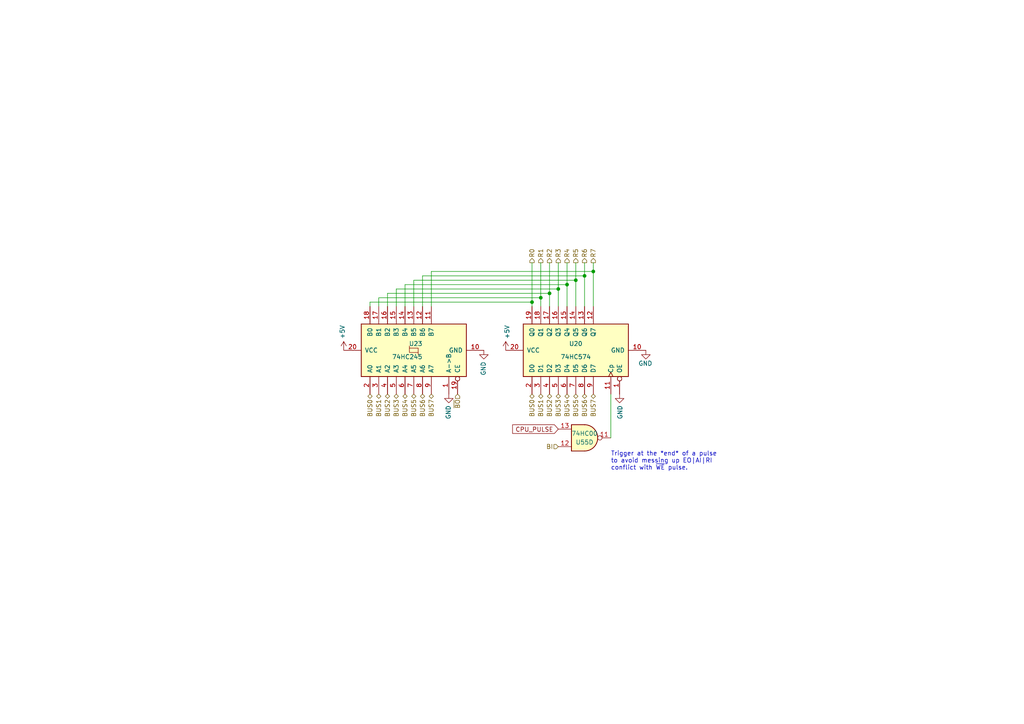
<source format=kicad_sch>
(kicad_sch (version 20211123) (generator eeschema)

  (uuid 7bf351b5-0ca3-402f-bde2-192ed9d3a4d3)

  (paper "A4")

  (title_block
    (title "B Register")
    (date "2023-06-22")
    (rev "1.2")
    (comment 2 "creativecommons.org/licenses/by-nc-sa/4.0/")
    (comment 3 "This work is licensed under CC BY-NC-SA 4.0")
    (comment 4 "Author: Carsten Herting (slu4)")
  )

  (lib_symbols
    (symbol "74xx:74HC245" (pin_names (offset 1.016)) (in_bom yes) (on_board yes)
      (property "Reference" "U" (id 0) (at -7.62 16.51 0)
        (effects (font (size 1.27 1.27)))
      )
      (property "Value" "74HC245" (id 1) (at -7.62 -16.51 0)
        (effects (font (size 1.27 1.27)))
      )
      (property "Footprint" "" (id 2) (at 0 0 0)
        (effects (font (size 1.27 1.27)) hide)
      )
      (property "Datasheet" "http://www.ti.com/lit/gpn/sn74HC245" (id 3) (at 0 0 0)
        (effects (font (size 1.27 1.27)) hide)
      )
      (property "ki_locked" "" (id 4) (at 0 0 0)
        (effects (font (size 1.27 1.27)))
      )
      (property "ki_keywords" "HCMOS BUS 3State" (id 5) (at 0 0 0)
        (effects (font (size 1.27 1.27)) hide)
      )
      (property "ki_description" "Octal BUS Transceivers, 3-State outputs" (id 6) (at 0 0 0)
        (effects (font (size 1.27 1.27)) hide)
      )
      (property "ki_fp_filters" "DIP?20*" (id 7) (at 0 0 0)
        (effects (font (size 1.27 1.27)) hide)
      )
      (symbol "74HC245_1_0"
        (polyline
          (pts
            (xy -0.635 -1.27)
            (xy -0.635 1.27)
            (xy 0.635 1.27)
          )
          (stroke (width 0) (type default) (color 0 0 0 0))
          (fill (type none))
        )
        (polyline
          (pts
            (xy -1.27 -1.27)
            (xy 0.635 -1.27)
            (xy 0.635 1.27)
            (xy 1.27 1.27)
          )
          (stroke (width 0) (type default) (color 0 0 0 0))
          (fill (type none))
        )
        (pin input line (at -12.7 -10.16 0) (length 5.08)
          (name "A->B" (effects (font (size 1.27 1.27))))
          (number "1" (effects (font (size 1.27 1.27))))
        )
        (pin power_in line (at 0 -20.32 90) (length 5.08)
          (name "GND" (effects (font (size 1.27 1.27))))
          (number "10" (effects (font (size 1.27 1.27))))
        )
        (pin tri_state line (at 12.7 -5.08 180) (length 5.08)
          (name "B7" (effects (font (size 1.27 1.27))))
          (number "11" (effects (font (size 1.27 1.27))))
        )
        (pin tri_state line (at 12.7 -2.54 180) (length 5.08)
          (name "B6" (effects (font (size 1.27 1.27))))
          (number "12" (effects (font (size 1.27 1.27))))
        )
        (pin tri_state line (at 12.7 0 180) (length 5.08)
          (name "B5" (effects (font (size 1.27 1.27))))
          (number "13" (effects (font (size 1.27 1.27))))
        )
        (pin tri_state line (at 12.7 2.54 180) (length 5.08)
          (name "B4" (effects (font (size 1.27 1.27))))
          (number "14" (effects (font (size 1.27 1.27))))
        )
        (pin tri_state line (at 12.7 5.08 180) (length 5.08)
          (name "B3" (effects (font (size 1.27 1.27))))
          (number "15" (effects (font (size 1.27 1.27))))
        )
        (pin tri_state line (at 12.7 7.62 180) (length 5.08)
          (name "B2" (effects (font (size 1.27 1.27))))
          (number "16" (effects (font (size 1.27 1.27))))
        )
        (pin tri_state line (at 12.7 10.16 180) (length 5.08)
          (name "B1" (effects (font (size 1.27 1.27))))
          (number "17" (effects (font (size 1.27 1.27))))
        )
        (pin tri_state line (at 12.7 12.7 180) (length 5.08)
          (name "B0" (effects (font (size 1.27 1.27))))
          (number "18" (effects (font (size 1.27 1.27))))
        )
        (pin input inverted (at -12.7 -12.7 0) (length 5.08)
          (name "CE" (effects (font (size 1.27 1.27))))
          (number "19" (effects (font (size 1.27 1.27))))
        )
        (pin tri_state line (at -12.7 12.7 0) (length 5.08)
          (name "A0" (effects (font (size 1.27 1.27))))
          (number "2" (effects (font (size 1.27 1.27))))
        )
        (pin power_in line (at 0 20.32 270) (length 5.08)
          (name "VCC" (effects (font (size 1.27 1.27))))
          (number "20" (effects (font (size 1.27 1.27))))
        )
        (pin tri_state line (at -12.7 10.16 0) (length 5.08)
          (name "A1" (effects (font (size 1.27 1.27))))
          (number "3" (effects (font (size 1.27 1.27))))
        )
        (pin tri_state line (at -12.7 7.62 0) (length 5.08)
          (name "A2" (effects (font (size 1.27 1.27))))
          (number "4" (effects (font (size 1.27 1.27))))
        )
        (pin tri_state line (at -12.7 5.08 0) (length 5.08)
          (name "A3" (effects (font (size 1.27 1.27))))
          (number "5" (effects (font (size 1.27 1.27))))
        )
        (pin tri_state line (at -12.7 2.54 0) (length 5.08)
          (name "A4" (effects (font (size 1.27 1.27))))
          (number "6" (effects (font (size 1.27 1.27))))
        )
        (pin tri_state line (at -12.7 0 0) (length 5.08)
          (name "A5" (effects (font (size 1.27 1.27))))
          (number "7" (effects (font (size 1.27 1.27))))
        )
        (pin tri_state line (at -12.7 -2.54 0) (length 5.08)
          (name "A6" (effects (font (size 1.27 1.27))))
          (number "8" (effects (font (size 1.27 1.27))))
        )
        (pin tri_state line (at -12.7 -5.08 0) (length 5.08)
          (name "A7" (effects (font (size 1.27 1.27))))
          (number "9" (effects (font (size 1.27 1.27))))
        )
      )
      (symbol "74HC245_1_1"
        (rectangle (start -7.62 15.24) (end 7.62 -15.24)
          (stroke (width 0.254) (type default) (color 0 0 0 0))
          (fill (type background))
        )
      )
    )
    (symbol "8-Bit CPU 32k-cache:74HC00" (pin_names (offset 1.016)) (in_bom yes) (on_board yes)
      (property "Reference" "U" (id 0) (at 0 1.27 0)
        (effects (font (size 1.27 1.27)))
      )
      (property "Value" "74HC00" (id 1) (at 0 -1.27 0)
        (effects (font (size 1.27 1.27)))
      )
      (property "Footprint" "" (id 2) (at 0 0 0)
        (effects (font (size 1.27 1.27)) hide)
      )
      (property "Datasheet" "" (id 3) (at 0 0 0)
        (effects (font (size 1.27 1.27)) hide)
      )
      (property "ki_locked" "" (id 4) (at 0 0 0)
        (effects (font (size 1.27 1.27)))
      )
      (property "ki_fp_filters" "DIP*W7.62mm* SO14*" (id 5) (at 0 0 0)
        (effects (font (size 1.27 1.27)) hide)
      )
      (symbol "74HC00_1_1"
        (arc (start 0 -3.81) (mid 3.81 0) (end 0 3.81)
          (stroke (width 0.254) (type default) (color 0 0 0 0))
          (fill (type background))
        )
        (polyline
          (pts
            (xy 0 3.81)
            (xy -3.81 3.81)
            (xy -3.81 -3.81)
            (xy 0 -3.81)
          )
          (stroke (width 0.254) (type default) (color 0 0 0 0))
          (fill (type background))
        )
        (pin input line (at -7.62 2.54 0) (length 3.81)
          (name "~" (effects (font (size 1.27 1.27))))
          (number "1" (effects (font (size 1.27 1.27))))
        )
        (pin input line (at -7.62 -2.54 0) (length 3.81)
          (name "~" (effects (font (size 1.27 1.27))))
          (number "2" (effects (font (size 1.27 1.27))))
        )
        (pin output inverted (at 7.62 0 180) (length 3.81)
          (name "~" (effects (font (size 1.27 1.27))))
          (number "3" (effects (font (size 1.27 1.27))))
        )
      )
      (symbol "74HC00_1_2"
        (arc (start -3.81 -3.81) (mid -2.589 0) (end -3.81 3.81)
          (stroke (width 0.254) (type default) (color 0 0 0 0))
          (fill (type none))
        )
        (arc (start -0.6096 -3.81) (mid 2.1842 -2.5851) (end 3.81 0)
          (stroke (width 0.254) (type default) (color 0 0 0 0))
          (fill (type background))
        )
        (polyline
          (pts
            (xy -3.81 -3.81)
            (xy -0.635 -3.81)
          )
          (stroke (width 0.254) (type default) (color 0 0 0 0))
          (fill (type background))
        )
        (polyline
          (pts
            (xy -3.81 3.81)
            (xy -0.635 3.81)
          )
          (stroke (width 0.254) (type default) (color 0 0 0 0))
          (fill (type background))
        )
        (polyline
          (pts
            (xy -0.635 3.81)
            (xy -3.81 3.81)
            (xy -3.81 3.81)
            (xy -3.556 3.4036)
            (xy -3.0226 2.2606)
            (xy -2.6924 1.0414)
            (xy -2.6162 -0.254)
            (xy -2.7686 -1.4986)
            (xy -3.175 -2.7178)
            (xy -3.81 -3.81)
            (xy -3.81 -3.81)
            (xy -0.635 -3.81)
          )
          (stroke (width -25.4) (type default) (color 0 0 0 0))
          (fill (type background))
        )
        (arc (start 3.81 0) (mid 2.1915 2.5936) (end -0.6096 3.81)
          (stroke (width 0.254) (type default) (color 0 0 0 0))
          (fill (type background))
        )
        (pin input inverted (at -7.62 2.54 0) (length 4.318)
          (name "~" (effects (font (size 1.27 1.27))))
          (number "1" (effects (font (size 1.27 1.27))))
        )
        (pin input inverted (at -7.62 -2.54 0) (length 4.318)
          (name "~" (effects (font (size 1.27 1.27))))
          (number "2" (effects (font (size 1.27 1.27))))
        )
        (pin output line (at 7.62 0 180) (length 3.81)
          (name "~" (effects (font (size 1.27 1.27))))
          (number "3" (effects (font (size 1.27 1.27))))
        )
      )
      (symbol "74HC00_2_1"
        (arc (start 0 -3.81) (mid 3.81 0) (end 0 3.81)
          (stroke (width 0.254) (type default) (color 0 0 0 0))
          (fill (type background))
        )
        (polyline
          (pts
            (xy 0 3.81)
            (xy -3.81 3.81)
            (xy -3.81 -3.81)
            (xy 0 -3.81)
          )
          (stroke (width 0.254) (type default) (color 0 0 0 0))
          (fill (type background))
        )
        (pin input line (at -7.62 2.54 0) (length 3.81)
          (name "~" (effects (font (size 1.27 1.27))))
          (number "4" (effects (font (size 1.27 1.27))))
        )
        (pin input line (at -7.62 -2.54 0) (length 3.81)
          (name "~" (effects (font (size 1.27 1.27))))
          (number "5" (effects (font (size 1.27 1.27))))
        )
        (pin output inverted (at 7.62 0 180) (length 3.81)
          (name "~" (effects (font (size 1.27 1.27))))
          (number "6" (effects (font (size 1.27 1.27))))
        )
      )
      (symbol "74HC00_2_2"
        (arc (start -3.81 -3.81) (mid -2.589 0) (end -3.81 3.81)
          (stroke (width 0.254) (type default) (color 0 0 0 0))
          (fill (type none))
        )
        (arc (start -0.6096 -3.81) (mid 2.1842 -2.5851) (end 3.81 0)
          (stroke (width 0.254) (type default) (color 0 0 0 0))
          (fill (type background))
        )
        (polyline
          (pts
            (xy -3.81 -3.81)
            (xy -0.635 -3.81)
          )
          (stroke (width 0.254) (type default) (color 0 0 0 0))
          (fill (type background))
        )
        (polyline
          (pts
            (xy -3.81 3.81)
            (xy -0.635 3.81)
          )
          (stroke (width 0.254) (type default) (color 0 0 0 0))
          (fill (type background))
        )
        (polyline
          (pts
            (xy -0.635 3.81)
            (xy -3.81 3.81)
            (xy -3.81 3.81)
            (xy -3.556 3.4036)
            (xy -3.0226 2.2606)
            (xy -2.6924 1.0414)
            (xy -2.6162 -0.254)
            (xy -2.7686 -1.4986)
            (xy -3.175 -2.7178)
            (xy -3.81 -3.81)
            (xy -3.81 -3.81)
            (xy -0.635 -3.81)
          )
          (stroke (width -25.4) (type default) (color 0 0 0 0))
          (fill (type background))
        )
        (arc (start 3.81 0) (mid 2.1915 2.5936) (end -0.6096 3.81)
          (stroke (width 0.254) (type default) (color 0 0 0 0))
          (fill (type background))
        )
        (pin input inverted (at -7.62 2.54 0) (length 4.318)
          (name "~" (effects (font (size 1.27 1.27))))
          (number "4" (effects (font (size 1.27 1.27))))
        )
        (pin input inverted (at -7.62 -2.54 0) (length 4.318)
          (name "~" (effects (font (size 1.27 1.27))))
          (number "5" (effects (font (size 1.27 1.27))))
        )
        (pin output line (at 7.62 0 180) (length 3.81)
          (name "~" (effects (font (size 1.27 1.27))))
          (number "6" (effects (font (size 1.27 1.27))))
        )
      )
      (symbol "74HC00_3_1"
        (arc (start 0 -3.81) (mid 3.81 0) (end 0 3.81)
          (stroke (width 0.254) (type default) (color 0 0 0 0))
          (fill (type background))
        )
        (polyline
          (pts
            (xy 0 3.81)
            (xy -3.81 3.81)
            (xy -3.81 -3.81)
            (xy 0 -3.81)
          )
          (stroke (width 0.254) (type default) (color 0 0 0 0))
          (fill (type background))
        )
        (pin input line (at -7.62 -2.54 0) (length 3.81)
          (name "~" (effects (font (size 1.27 1.27))))
          (number "10" (effects (font (size 1.27 1.27))))
        )
        (pin output inverted (at 7.62 0 180) (length 3.81)
          (name "~" (effects (font (size 1.27 1.27))))
          (number "8" (effects (font (size 1.27 1.27))))
        )
        (pin input line (at -7.62 2.54 0) (length 3.81)
          (name "~" (effects (font (size 1.27 1.27))))
          (number "9" (effects (font (size 1.27 1.27))))
        )
      )
      (symbol "74HC00_3_2"
        (arc (start -3.81 -3.81) (mid -2.589 0) (end -3.81 3.81)
          (stroke (width 0.254) (type default) (color 0 0 0 0))
          (fill (type none))
        )
        (arc (start -0.6096 -3.81) (mid 2.1842 -2.5851) (end 3.81 0)
          (stroke (width 0.254) (type default) (color 0 0 0 0))
          (fill (type background))
        )
        (polyline
          (pts
            (xy -3.81 -3.81)
            (xy -0.635 -3.81)
          )
          (stroke (width 0.254) (type default) (color 0 0 0 0))
          (fill (type background))
        )
        (polyline
          (pts
            (xy -3.81 3.81)
            (xy -0.635 3.81)
          )
          (stroke (width 0.254) (type default) (color 0 0 0 0))
          (fill (type background))
        )
        (polyline
          (pts
            (xy -0.635 3.81)
            (xy -3.81 3.81)
            (xy -3.81 3.81)
            (xy -3.556 3.4036)
            (xy -3.0226 2.2606)
            (xy -2.6924 1.0414)
            (xy -2.6162 -0.254)
            (xy -2.7686 -1.4986)
            (xy -3.175 -2.7178)
            (xy -3.81 -3.81)
            (xy -3.81 -3.81)
            (xy -0.635 -3.81)
          )
          (stroke (width -25.4) (type default) (color 0 0 0 0))
          (fill (type background))
        )
        (arc (start 3.81 0) (mid 2.1915 2.5936) (end -0.6096 3.81)
          (stroke (width 0.254) (type default) (color 0 0 0 0))
          (fill (type background))
        )
        (pin input inverted (at -7.62 -2.54 0) (length 4.318)
          (name "~" (effects (font (size 1.27 1.27))))
          (number "10" (effects (font (size 1.27 1.27))))
        )
        (pin output line (at 7.62 0 180) (length 3.81)
          (name "~" (effects (font (size 1.27 1.27))))
          (number "8" (effects (font (size 1.27 1.27))))
        )
        (pin input inverted (at -7.62 2.54 0) (length 4.318)
          (name "~" (effects (font (size 1.27 1.27))))
          (number "9" (effects (font (size 1.27 1.27))))
        )
      )
      (symbol "74HC00_4_1"
        (arc (start 0 -3.81) (mid 3.81 0) (end 0 3.81)
          (stroke (width 0.254) (type default) (color 0 0 0 0))
          (fill (type background))
        )
        (polyline
          (pts
            (xy 0 3.81)
            (xy -3.81 3.81)
            (xy -3.81 -3.81)
            (xy 0 -3.81)
          )
          (stroke (width 0.254) (type default) (color 0 0 0 0))
          (fill (type background))
        )
        (pin output inverted (at 7.62 0 180) (length 3.81)
          (name "~" (effects (font (size 1.27 1.27))))
          (number "11" (effects (font (size 1.27 1.27))))
        )
        (pin input line (at -7.62 2.54 0) (length 3.81)
          (name "~" (effects (font (size 1.27 1.27))))
          (number "12" (effects (font (size 1.27 1.27))))
        )
        (pin input line (at -7.62 -2.54 0) (length 3.81)
          (name "~" (effects (font (size 1.27 1.27))))
          (number "13" (effects (font (size 1.27 1.27))))
        )
      )
      (symbol "74HC00_4_2"
        (arc (start -3.81 -3.81) (mid -2.589 0) (end -3.81 3.81)
          (stroke (width 0.254) (type default) (color 0 0 0 0))
          (fill (type none))
        )
        (arc (start -0.6096 -3.81) (mid 2.1842 -2.5851) (end 3.81 0)
          (stroke (width 0.254) (type default) (color 0 0 0 0))
          (fill (type background))
        )
        (polyline
          (pts
            (xy -3.81 -3.81)
            (xy -0.635 -3.81)
          )
          (stroke (width 0.254) (type default) (color 0 0 0 0))
          (fill (type background))
        )
        (polyline
          (pts
            (xy -3.81 3.81)
            (xy -0.635 3.81)
          )
          (stroke (width 0.254) (type default) (color 0 0 0 0))
          (fill (type background))
        )
        (polyline
          (pts
            (xy -0.635 3.81)
            (xy -3.81 3.81)
            (xy -3.81 3.81)
            (xy -3.556 3.4036)
            (xy -3.0226 2.2606)
            (xy -2.6924 1.0414)
            (xy -2.6162 -0.254)
            (xy -2.7686 -1.4986)
            (xy -3.175 -2.7178)
            (xy -3.81 -3.81)
            (xy -3.81 -3.81)
            (xy -0.635 -3.81)
          )
          (stroke (width -25.4) (type default) (color 0 0 0 0))
          (fill (type background))
        )
        (arc (start 3.81 0) (mid 2.1915 2.5936) (end -0.6096 3.81)
          (stroke (width 0.254) (type default) (color 0 0 0 0))
          (fill (type background))
        )
        (pin output line (at 7.62 0 180) (length 3.81)
          (name "~" (effects (font (size 1.27 1.27))))
          (number "11" (effects (font (size 1.27 1.27))))
        )
        (pin input inverted (at -7.62 2.54 0) (length 4.318)
          (name "~" (effects (font (size 1.27 1.27))))
          (number "12" (effects (font (size 1.27 1.27))))
        )
        (pin input inverted (at -7.62 -2.54 0) (length 4.318)
          (name "~" (effects (font (size 1.27 1.27))))
          (number "13" (effects (font (size 1.27 1.27))))
        )
      )
      (symbol "74HC00_5_0"
        (pin power_in line (at 0 12.7 270) (length 5.08)
          (name "VCC" (effects (font (size 1.27 1.27))))
          (number "14" (effects (font (size 1.27 1.27))))
        )
        (pin power_in line (at 0 -12.7 90) (length 5.08)
          (name "GND" (effects (font (size 1.27 1.27))))
          (number "7" (effects (font (size 1.27 1.27))))
        )
      )
      (symbol "74HC00_5_1"
        (rectangle (start -5.08 7.62) (end 5.08 -7.62)
          (stroke (width 0.254) (type default) (color 0 0 0 0))
          (fill (type background))
        )
      )
    )
    (symbol "8-Bit CPU 32k:74HC574" (pin_names (offset 1.016)) (in_bom yes) (on_board yes)
      (property "Reference" "U" (id 0) (at -7.62 16.51 0)
        (effects (font (size 1.27 1.27)))
      )
      (property "Value" "74HC574" (id 1) (at -7.62 -16.51 0)
        (effects (font (size 1.27 1.27)))
      )
      (property "Footprint" "" (id 2) (at 0 0 0)
        (effects (font (size 1.27 1.27)) hide)
      )
      (property "Datasheet" "http://www.ti.com/lit/gpn/sn74LS574" (id 3) (at 0 0 0)
        (effects (font (size 1.27 1.27)) hide)
      )
      (property "ki_locked" "" (id 4) (at 0 0 0)
        (effects (font (size 1.27 1.27)))
      )
      (property "ki_keywords" "TTL REG DFF DFF8 3State" (id 5) (at 0 0 0)
        (effects (font (size 1.27 1.27)) hide)
      )
      (property "ki_description" "8-bit Register, 3-state outputs" (id 6) (at 0 0 0)
        (effects (font (size 1.27 1.27)) hide)
      )
      (property "ki_fp_filters" "DIP?20*" (id 7) (at 0 0 0)
        (effects (font (size 1.27 1.27)) hide)
      )
      (symbol "74HC574_1_0"
        (pin input inverted (at -12.7 -12.7 0) (length 5.08)
          (name "OE" (effects (font (size 1.27 1.27))))
          (number "1" (effects (font (size 1.27 1.27))))
        )
        (pin power_in line (at 0 -20.32 90) (length 5.08)
          (name "GND" (effects (font (size 1.27 1.27))))
          (number "10" (effects (font (size 1.27 1.27))))
        )
        (pin input clock (at -12.7 -10.16 0) (length 5.08)
          (name "Cp" (effects (font (size 1.27 1.27))))
          (number "11" (effects (font (size 1.27 1.27))))
        )
        (pin tri_state line (at 12.7 -5.08 180) (length 5.08)
          (name "Q7" (effects (font (size 1.27 1.27))))
          (number "12" (effects (font (size 1.27 1.27))))
        )
        (pin tri_state line (at 12.7 -2.54 180) (length 5.08)
          (name "Q6" (effects (font (size 1.27 1.27))))
          (number "13" (effects (font (size 1.27 1.27))))
        )
        (pin tri_state line (at 12.7 0 180) (length 5.08)
          (name "Q5" (effects (font (size 1.27 1.27))))
          (number "14" (effects (font (size 1.27 1.27))))
        )
        (pin tri_state line (at 12.7 2.54 180) (length 5.08)
          (name "Q4" (effects (font (size 1.27 1.27))))
          (number "15" (effects (font (size 1.27 1.27))))
        )
        (pin tri_state line (at 12.7 5.08 180) (length 5.08)
          (name "Q3" (effects (font (size 1.27 1.27))))
          (number "16" (effects (font (size 1.27 1.27))))
        )
        (pin tri_state line (at 12.7 7.62 180) (length 5.08)
          (name "Q2" (effects (font (size 1.27 1.27))))
          (number "17" (effects (font (size 1.27 1.27))))
        )
        (pin tri_state line (at 12.7 10.16 180) (length 5.08)
          (name "Q1" (effects (font (size 1.27 1.27))))
          (number "18" (effects (font (size 1.27 1.27))))
        )
        (pin tri_state line (at 12.7 12.7 180) (length 5.08)
          (name "Q0" (effects (font (size 1.27 1.27))))
          (number "19" (effects (font (size 1.27 1.27))))
        )
        (pin input line (at -12.7 12.7 0) (length 5.08)
          (name "D0" (effects (font (size 1.27 1.27))))
          (number "2" (effects (font (size 1.27 1.27))))
        )
        (pin power_in line (at 0 20.32 270) (length 5.08)
          (name "VCC" (effects (font (size 1.27 1.27))))
          (number "20" (effects (font (size 1.27 1.27))))
        )
        (pin input line (at -12.7 10.16 0) (length 5.08)
          (name "D1" (effects (font (size 1.27 1.27))))
          (number "3" (effects (font (size 1.27 1.27))))
        )
        (pin input line (at -12.7 7.62 0) (length 5.08)
          (name "D2" (effects (font (size 1.27 1.27))))
          (number "4" (effects (font (size 1.27 1.27))))
        )
        (pin input line (at -12.7 5.08 0) (length 5.08)
          (name "D3" (effects (font (size 1.27 1.27))))
          (number "5" (effects (font (size 1.27 1.27))))
        )
        (pin input line (at -12.7 2.54 0) (length 5.08)
          (name "D4" (effects (font (size 1.27 1.27))))
          (number "6" (effects (font (size 1.27 1.27))))
        )
        (pin input line (at -12.7 0 0) (length 5.08)
          (name "D5" (effects (font (size 1.27 1.27))))
          (number "7" (effects (font (size 1.27 1.27))))
        )
        (pin input line (at -12.7 -2.54 0) (length 5.08)
          (name "D6" (effects (font (size 1.27 1.27))))
          (number "8" (effects (font (size 1.27 1.27))))
        )
        (pin input line (at -12.7 -5.08 0) (length 5.08)
          (name "D7" (effects (font (size 1.27 1.27))))
          (number "9" (effects (font (size 1.27 1.27))))
        )
      )
      (symbol "74HC574_1_1"
        (rectangle (start -7.62 15.24) (end 7.62 -15.24)
          (stroke (width 0.254) (type default) (color 0 0 0 0))
          (fill (type background))
        )
      )
    )
    (symbol "power:+5V" (power) (pin_names (offset 0)) (in_bom yes) (on_board yes)
      (property "Reference" "#PWR" (id 0) (at 0 -3.81 0)
        (effects (font (size 1.27 1.27)) hide)
      )
      (property "Value" "+5V" (id 1) (at 0 3.556 0)
        (effects (font (size 1.27 1.27)))
      )
      (property "Footprint" "" (id 2) (at 0 0 0)
        (effects (font (size 1.27 1.27)) hide)
      )
      (property "Datasheet" "" (id 3) (at 0 0 0)
        (effects (font (size 1.27 1.27)) hide)
      )
      (property "ki_keywords" "power-flag" (id 4) (at 0 0 0)
        (effects (font (size 1.27 1.27)) hide)
      )
      (property "ki_description" "Power symbol creates a global label with name \"+5V\"" (id 5) (at 0 0 0)
        (effects (font (size 1.27 1.27)) hide)
      )
      (symbol "+5V_0_1"
        (polyline
          (pts
            (xy -0.762 1.27)
            (xy 0 2.54)
          )
          (stroke (width 0) (type default) (color 0 0 0 0))
          (fill (type none))
        )
        (polyline
          (pts
            (xy 0 0)
            (xy 0 2.54)
          )
          (stroke (width 0) (type default) (color 0 0 0 0))
          (fill (type none))
        )
        (polyline
          (pts
            (xy 0 2.54)
            (xy 0.762 1.27)
          )
          (stroke (width 0) (type default) (color 0 0 0 0))
          (fill (type none))
        )
      )
      (symbol "+5V_1_1"
        (pin power_in line (at 0 0 90) (length 0) hide
          (name "+5V" (effects (font (size 1.27 1.27))))
          (number "1" (effects (font (size 1.27 1.27))))
        )
      )
    )
    (symbol "power:GND" (power) (pin_names (offset 0)) (in_bom yes) (on_board yes)
      (property "Reference" "#PWR" (id 0) (at 0 -6.35 0)
        (effects (font (size 1.27 1.27)) hide)
      )
      (property "Value" "GND" (id 1) (at 0 -3.81 0)
        (effects (font (size 1.27 1.27)))
      )
      (property "Footprint" "" (id 2) (at 0 0 0)
        (effects (font (size 1.27 1.27)) hide)
      )
      (property "Datasheet" "" (id 3) (at 0 0 0)
        (effects (font (size 1.27 1.27)) hide)
      )
      (property "ki_keywords" "power-flag" (id 4) (at 0 0 0)
        (effects (font (size 1.27 1.27)) hide)
      )
      (property "ki_description" "Power symbol creates a global label with name \"GND\" , ground" (id 5) (at 0 0 0)
        (effects (font (size 1.27 1.27)) hide)
      )
      (symbol "GND_0_1"
        (polyline
          (pts
            (xy 0 0)
            (xy 0 -1.27)
            (xy 1.27 -1.27)
            (xy 0 -2.54)
            (xy -1.27 -1.27)
            (xy 0 -1.27)
          )
          (stroke (width 0) (type default) (color 0 0 0 0))
          (fill (type none))
        )
      )
      (symbol "GND_1_1"
        (pin power_in line (at 0 0 270) (length 0) hide
          (name "GND" (effects (font (size 1.27 1.27))))
          (number "1" (effects (font (size 1.27 1.27))))
        )
      )
    )
  )

  (junction (at 154.305 87.63) (diameter 0) (color 0 0 0 0)
    (uuid 05be4efb-d386-44de-b1fa-fb5bfaead741)
  )
  (junction (at 164.465 82.55) (diameter 0) (color 0 0 0 0)
    (uuid 3788e650-8f95-4217-a513-3b430b913278)
  )
  (junction (at 159.385 85.09) (diameter 0) (color 0 0 0 0)
    (uuid 4a976d76-7ab9-4fd0-9197-f41194f98343)
  )
  (junction (at 161.925 83.82) (diameter 0) (color 0 0 0 0)
    (uuid 6c0fe6c3-3768-4ea6-af51-dc0aeeac1ed0)
  )
  (junction (at 172.085 78.74) (diameter 0) (color 0 0 0 0)
    (uuid a02d2519-1601-47d2-8b63-1604ba8f78db)
  )
  (junction (at 169.545 80.01) (diameter 0) (color 0 0 0 0)
    (uuid ba84ae49-5503-4d51-a1a0-14c14e086859)
  )
  (junction (at 167.005 81.28) (diameter 0) (color 0 0 0 0)
    (uuid e4e2f98c-2274-4183-a9ca-c4e1a72a4f35)
  )
  (junction (at 156.845 86.36) (diameter 0) (color 0 0 0 0)
    (uuid f1962bf3-9b87-4e4b-91f8-6ef4913cc80f)
  )

  (wire (pts (xy 169.545 88.9) (xy 169.545 80.01))
    (stroke (width 0) (type default) (color 0 0 0 0))
    (uuid 12decf02-08c9-49b3-b3b0-c2980b46d982)
  )
  (wire (pts (xy 169.545 80.01) (xy 122.555 80.01))
    (stroke (width 0) (type default) (color 0 0 0 0))
    (uuid 1533a7c0-1f94-4975-b9fa-0b5fb280dad9)
  )
  (wire (pts (xy 164.465 76.2) (xy 164.465 82.55))
    (stroke (width 0) (type default) (color 0 0 0 0))
    (uuid 1e4046c1-bc55-4570-866a-b29fe2b67aa9)
  )
  (wire (pts (xy 164.465 82.55) (xy 164.465 88.9))
    (stroke (width 0) (type default) (color 0 0 0 0))
    (uuid 1f7ce848-ecd1-48f6-b968-b569545e5afe)
  )
  (wire (pts (xy 120.015 81.28) (xy 167.005 81.28))
    (stroke (width 0) (type default) (color 0 0 0 0))
    (uuid 21bea45c-92dd-4e03-bd56-475bde6c6b6f)
  )
  (wire (pts (xy 117.475 82.55) (xy 164.465 82.55))
    (stroke (width 0) (type default) (color 0 0 0 0))
    (uuid 2d919865-bb91-4d23-b101-3c55da61dc7a)
  )
  (wire (pts (xy 172.085 78.74) (xy 172.085 88.9))
    (stroke (width 0) (type default) (color 0 0 0 0))
    (uuid 2f5aa74f-9ee3-49c8-8884-2e08706a46e1)
  )
  (wire (pts (xy 154.305 76.2) (xy 154.305 87.63))
    (stroke (width 0) (type default) (color 0 0 0 0))
    (uuid 37d1a1cc-6a20-4354-88fa-29b7adc03b17)
  )
  (wire (pts (xy 169.545 76.2) (xy 169.545 80.01))
    (stroke (width 0) (type default) (color 0 0 0 0))
    (uuid 39d47491-f673-4f20-9c93-f6aa5b2e2e3f)
  )
  (wire (pts (xy 112.395 85.09) (xy 112.395 88.9))
    (stroke (width 0) (type default) (color 0 0 0 0))
    (uuid 4f1cec83-d603-4acb-91e0-7bb12dab82f9)
  )
  (wire (pts (xy 172.085 76.2) (xy 172.085 78.74))
    (stroke (width 0) (type default) (color 0 0 0 0))
    (uuid 4fb6f226-d78a-4cc8-9c36-1c0597d255a5)
  )
  (wire (pts (xy 114.935 83.82) (xy 114.935 88.9))
    (stroke (width 0) (type default) (color 0 0 0 0))
    (uuid 57e2111f-8ff5-4315-aded-574f99815ed4)
  )
  (wire (pts (xy 154.305 88.9) (xy 154.305 87.63))
    (stroke (width 0) (type default) (color 0 0 0 0))
    (uuid 5a71569d-67f7-4b6b-96d2-87c44eac1777)
  )
  (wire (pts (xy 122.555 80.01) (xy 122.555 88.9))
    (stroke (width 0) (type default) (color 0 0 0 0))
    (uuid 6f2fedfa-02d6-475a-b378-39ff5356711f)
  )
  (wire (pts (xy 156.845 76.2) (xy 156.845 86.36))
    (stroke (width 0) (type default) (color 0 0 0 0))
    (uuid 70f577a4-2178-40d2-b0be-17682b48b6ba)
  )
  (wire (pts (xy 177.165 127) (xy 177.165 114.3))
    (stroke (width 0) (type default) (color 0 0 0 0))
    (uuid 72f51cbc-0f56-4ae6-9096-564563ae4d2f)
  )
  (wire (pts (xy 125.095 78.74) (xy 125.095 88.9))
    (stroke (width 0) (type default) (color 0 0 0 0))
    (uuid 83f511a8-3815-49dd-aca0-1a559bd74f1c)
  )
  (wire (pts (xy 167.005 81.28) (xy 167.005 88.9))
    (stroke (width 0) (type default) (color 0 0 0 0))
    (uuid 94f99fe1-032e-4ec7-97d5-18352c02a993)
  )
  (wire (pts (xy 159.385 85.09) (xy 159.385 88.9))
    (stroke (width 0) (type default) (color 0 0 0 0))
    (uuid 97d01ba0-ec9a-4bf8-b0e7-f9a422154c74)
  )
  (wire (pts (xy 156.845 86.36) (xy 156.845 88.9))
    (stroke (width 0) (type default) (color 0 0 0 0))
    (uuid b180a248-42bb-4eaa-a4ae-02aae6bbf303)
  )
  (wire (pts (xy 159.385 76.2) (xy 159.385 85.09))
    (stroke (width 0) (type default) (color 0 0 0 0))
    (uuid b408dc23-184c-48e7-a654-e3161ebde191)
  )
  (wire (pts (xy 167.005 76.2) (xy 167.005 81.28))
    (stroke (width 0) (type default) (color 0 0 0 0))
    (uuid b5c7cfa0-0038-4cb8-abd1-93fa8ffe13d9)
  )
  (wire (pts (xy 161.925 88.9) (xy 161.925 83.82))
    (stroke (width 0) (type default) (color 0 0 0 0))
    (uuid bd125982-0891-4bff-9d98-46c74088b3bb)
  )
  (wire (pts (xy 161.925 83.82) (xy 114.935 83.82))
    (stroke (width 0) (type default) (color 0 0 0 0))
    (uuid d4ca8b08-bb46-46a1-803f-015a90d7c555)
  )
  (wire (pts (xy 112.395 85.09) (xy 159.385 85.09))
    (stroke (width 0) (type default) (color 0 0 0 0))
    (uuid d5d92da5-4dc0-4398-b4a7-0e9b5c4ca8fc)
  )
  (wire (pts (xy 154.305 87.63) (xy 107.315 87.63))
    (stroke (width 0) (type default) (color 0 0 0 0))
    (uuid dbbeacab-6c2d-4920-9afb-917e17a8f93c)
  )
  (wire (pts (xy 109.855 86.36) (xy 109.855 88.9))
    (stroke (width 0) (type default) (color 0 0 0 0))
    (uuid e7d045c3-551e-4933-98ed-c86c0a69d3b2)
  )
  (wire (pts (xy 161.925 76.2) (xy 161.925 83.82))
    (stroke (width 0) (type default) (color 0 0 0 0))
    (uuid e97b27d9-8d75-4145-a54b-558d30bf59f2)
  )
  (wire (pts (xy 125.095 78.74) (xy 172.085 78.74))
    (stroke (width 0) (type default) (color 0 0 0 0))
    (uuid f10b79bc-5744-4b2e-978f-fa66c7597cc1)
  )
  (wire (pts (xy 120.015 81.28) (xy 120.015 88.9))
    (stroke (width 0) (type default) (color 0 0 0 0))
    (uuid f5360aee-8562-4f08-a66e-ba35ac17d084)
  )
  (wire (pts (xy 107.315 87.63) (xy 107.315 88.9))
    (stroke (width 0) (type default) (color 0 0 0 0))
    (uuid f5e2af91-8f40-4609-a97a-216b8cda4e98)
  )
  (wire (pts (xy 117.475 82.55) (xy 117.475 88.9))
    (stroke (width 0) (type default) (color 0 0 0 0))
    (uuid fb614240-5481-4195-ab59-6b2fb5270865)
  )
  (wire (pts (xy 109.855 86.36) (xy 156.845 86.36))
    (stroke (width 0) (type default) (color 0 0 0 0))
    (uuid fbf81380-0873-4633-afd0-00dede9d55a6)
  )

  (text "Trigger at the *end* of a pulse\nto avoid messing up EO|AI|RI\nconflict with ~{WE} pulse."
    (at 177.165 136.525 0)
    (effects (font (size 1.27 1.27)) (justify left bottom))
    (uuid a9d64dd8-4631-4204-8591-d40a100ec813)
  )

  (global_label "CPU_PULSE" (shape input) (at 161.925 124.46 180) (fields_autoplaced)
    (effects (font (size 1.27 1.27)) (justify right))
    (uuid 6a4cefd4-1325-43e4-a927-14d61d719823)
    (property "Intersheet References" "${INTERSHEET_REFS}" (id 0) (at 148.7756 124.3806 0)
      (effects (font (size 1.27 1.27)) (justify right) hide)
    )
  )

  (hierarchical_label "BUS1" (shape bidirectional) (at 156.845 114.3 270)
    (effects (font (size 1.27 1.27)) (justify right))
    (uuid 18607633-8ea9-4a89-9fc9-e5bf53550217)
  )
  (hierarchical_label "BUS4" (shape bidirectional) (at 164.465 114.3 270)
    (effects (font (size 1.27 1.27)) (justify right))
    (uuid 1e125da0-390d-41dc-8bc7-00de24f89ae6)
  )
  (hierarchical_label "BUS7" (shape bidirectional) (at 125.095 114.3 270)
    (effects (font (size 1.27 1.27)) (justify right))
    (uuid 23fcfc94-fb52-47dc-b3e7-1f619bb10ce3)
  )
  (hierarchical_label "BUS2" (shape bidirectional) (at 159.385 114.3 270)
    (effects (font (size 1.27 1.27)) (justify right))
    (uuid 2e9a3e75-74c6-4f6e-b84d-d777857d3163)
  )
  (hierarchical_label "BUS2" (shape bidirectional) (at 112.395 114.3 270)
    (effects (font (size 1.27 1.27)) (justify right))
    (uuid 30abc0a8-bcac-4a93-87c9-53138cde3392)
  )
  (hierarchical_label "R3" (shape output) (at 161.925 76.2 90)
    (effects (font (size 1.27 1.27)) (justify left))
    (uuid 341288e0-ff15-45b1-88b7-420958cfcdac)
  )
  (hierarchical_label "R1" (shape output) (at 156.845 76.2 90)
    (effects (font (size 1.27 1.27)) (justify left))
    (uuid 34475bd5-62e5-45ce-96bc-9935f6eb2f08)
  )
  (hierarchical_label "BI" (shape input) (at 161.925 129.54 180)
    (effects (font (size 1.27 1.27)) (justify right))
    (uuid 48701a80-abde-43fc-8a56-ffde322e219f)
  )
  (hierarchical_label "R2" (shape output) (at 159.385 76.2 90)
    (effects (font (size 1.27 1.27)) (justify left))
    (uuid 5f80b45f-efbb-4fcd-8419-0122aebd7630)
  )
  (hierarchical_label "R6" (shape output) (at 169.545 76.2 90)
    (effects (font (size 1.27 1.27)) (justify left))
    (uuid 653e45bd-0ec8-4b0e-a83e-f26cd4ccdf0c)
  )
  (hierarchical_label "BUS5" (shape bidirectional) (at 120.015 114.3 270)
    (effects (font (size 1.27 1.27)) (justify right))
    (uuid 66ca235d-fbd2-4170-b010-8f9782a92f14)
  )
  (hierarchical_label "BUS3" (shape bidirectional) (at 114.935 114.3 270)
    (effects (font (size 1.27 1.27)) (justify right))
    (uuid 691e8dba-ee4f-4d13-bc8b-0e8920130e75)
  )
  (hierarchical_label "BUS0" (shape bidirectional) (at 154.305 114.3 270)
    (effects (font (size 1.27 1.27)) (justify right))
    (uuid 6a035c91-0873-43d3-83e9-51439c75e3fd)
  )
  (hierarchical_label "R7" (shape output) (at 172.085 76.2 90)
    (effects (font (size 1.27 1.27)) (justify left))
    (uuid 71fffc9d-a534-4518-8953-fa0f52501615)
  )
  (hierarchical_label "BUS3" (shape bidirectional) (at 161.925 114.3 270)
    (effects (font (size 1.27 1.27)) (justify right))
    (uuid 75d70c74-8b62-4de2-8ffc-ba2482190b27)
  )
  (hierarchical_label "BUS6" (shape bidirectional) (at 122.555 114.3 270)
    (effects (font (size 1.27 1.27)) (justify right))
    (uuid 771f1f83-8ead-4344-9515-082e106dee27)
  )
  (hierarchical_label "BUS0" (shape bidirectional) (at 107.315 114.3 270)
    (effects (font (size 1.27 1.27)) (justify right))
    (uuid 93233137-50e5-49ab-aa48-e8124a4f4d57)
  )
  (hierarchical_label "R0" (shape output) (at 154.305 76.2 90)
    (effects (font (size 1.27 1.27)) (justify left))
    (uuid 95ef4bbb-7b06-4fb1-bf27-ad62c54c9905)
  )
  (hierarchical_label "R4" (shape output) (at 164.465 76.2 90)
    (effects (font (size 1.27 1.27)) (justify left))
    (uuid a1e04d83-cc49-4f23-b418-971dba923148)
  )
  (hierarchical_label "~{BO}" (shape input) (at 132.715 114.3 270)
    (effects (font (size 1.27 1.27)) (justify right))
    (uuid ac6c78ca-8fea-47d1-b878-7407f3619a9c)
  )
  (hierarchical_label "BUS6" (shape bidirectional) (at 169.545 114.3 270)
    (effects (font (size 1.27 1.27)) (justify right))
    (uuid b4298be7-9f67-430c-9b8e-2e1ea02bb31c)
  )
  (hierarchical_label "BUS5" (shape bidirectional) (at 167.005 114.3 270)
    (effects (font (size 1.27 1.27)) (justify right))
    (uuid c6397c38-3f53-4469-aa55-6960a3bfad4b)
  )
  (hierarchical_label "BUS4" (shape bidirectional) (at 117.475 114.3 270)
    (effects (font (size 1.27 1.27)) (justify right))
    (uuid dfae1504-5e45-4a81-be5a-6984c1edd2b4)
  )
  (hierarchical_label "BUS7" (shape bidirectional) (at 172.085 114.3 270)
    (effects (font (size 1.27 1.27)) (justify right))
    (uuid e8de2d60-afe0-4c0a-a493-ffe4647177d0)
  )
  (hierarchical_label "R5" (shape output) (at 167.005 76.2 90)
    (effects (font (size 1.27 1.27)) (justify left))
    (uuid f4c8e15e-f13d-4625-89f4-2362a585e7e0)
  )
  (hierarchical_label "BUS1" (shape bidirectional) (at 109.855 114.3 270)
    (effects (font (size 1.27 1.27)) (justify right))
    (uuid f749466c-d8c1-45fb-b6ab-139f3d999d21)
  )

  (symbol (lib_id "74xx:74HC245") (at 120.015 101.6 90) (unit 1)
    (in_bom yes) (on_board yes)
    (uuid 00000000-0000-0000-0000-00005f392b66)
    (property "Reference" "U23" (id 0) (at 122.555 99.695 90)
      (effects (font (size 1.27 1.27)) (justify left))
    )
    (property "Value" "74HC245" (id 1) (at 122.555 103.505 90)
      (effects (font (size 1.27 1.27)) (justify left))
    )
    (property "Footprint" "Package_DIP:DIP-20_W7.62mm" (id 2) (at 120.015 101.6 0)
      (effects (font (size 1.27 1.27)) hide)
    )
    (property "Datasheet" "http://www.ti.com/lit/gpn/sn74HC245" (id 3) (at 120.015 101.6 0)
      (effects (font (size 1.27 1.27)) hide)
    )
    (pin "1" (uuid 11d824cf-f2b7-47db-bfeb-ce1b8ac70e9e))
    (pin "10" (uuid 5313846b-3274-448c-bc64-fb7a941bfa2e))
    (pin "11" (uuid 43db5ed3-3308-4e20-b951-5e0843a6f343))
    (pin "12" (uuid 116ef56b-d33d-465d-b18f-52d857deb2d9))
    (pin "13" (uuid 99c471e6-aa3c-4c12-91be-f813832ff09a))
    (pin "14" (uuid 67a8c952-1b8c-431e-9776-649d0cee73d2))
    (pin "15" (uuid 67be0646-e2f0-451e-9ac7-ceca058cdfb4))
    (pin "16" (uuid dcfadbe9-d9f4-4df0-88ff-4b415bd0d52b))
    (pin "17" (uuid dcf4a3fb-c01c-471a-abca-99c265e30d93))
    (pin "18" (uuid 87879249-725f-42d4-9970-a0a0fbe743d0))
    (pin "19" (uuid 6988cfca-7243-43d4-bf33-b7e3dd32b78e))
    (pin "2" (uuid a1dc287a-52ef-403c-b135-64301787de3e))
    (pin "20" (uuid 53f6d58b-ab95-4e4b-9e65-6477b1df7405))
    (pin "3" (uuid c51a8f6b-9535-44af-be8b-c2190009e3b9))
    (pin "4" (uuid 79366982-a2ff-4adc-8361-e9171df7263f))
    (pin "5" (uuid 38445795-03ed-43a1-a4bf-d425baf10251))
    (pin "6" (uuid b9a7e14b-48f3-4459-b126-a454e0f2fe58))
    (pin "7" (uuid acee7cb8-6d30-4cb4-a41b-215b1b596758))
    (pin "8" (uuid 6dc02e89-2806-4539-bb20-d44c06949b4f))
    (pin "9" (uuid bf343f84-7baa-452a-adb9-cd16ead33036))
  )

  (symbol (lib_id "power:GND") (at 140.335 101.6 0) (mirror y) (unit 1)
    (in_bom yes) (on_board yes)
    (uuid 00000000-0000-0000-0000-00005f392b72)
    (property "Reference" "#PWR0116" (id 0) (at 140.335 107.95 0)
      (effects (font (size 1.27 1.27)) hide)
    )
    (property "Value" "GND" (id 1) (at 140.208 104.8512 90)
      (effects (font (size 1.27 1.27)) (justify right))
    )
    (property "Footprint" "" (id 2) (at 140.335 101.6 0)
      (effects (font (size 1.27 1.27)) hide)
    )
    (property "Datasheet" "" (id 3) (at 140.335 101.6 0)
      (effects (font (size 1.27 1.27)) hide)
    )
    (pin "1" (uuid 9d9cf6fb-d2dc-4943-a921-34eb725c5c5a))
  )

  (symbol (lib_id "power:+5V") (at 99.695 101.6 0) (mirror y) (unit 1)
    (in_bom yes) (on_board yes)
    (uuid 00000000-0000-0000-0000-00005f392b78)
    (property "Reference" "#PWR0120" (id 0) (at 99.695 105.41 0)
      (effects (font (size 1.27 1.27)) hide)
    )
    (property "Value" "+5V" (id 1) (at 99.314 98.3488 90)
      (effects (font (size 1.27 1.27)) (justify left))
    )
    (property "Footprint" "" (id 2) (at 99.695 101.6 0)
      (effects (font (size 1.27 1.27)) hide)
    )
    (property "Datasheet" "" (id 3) (at 99.695 101.6 0)
      (effects (font (size 1.27 1.27)) hide)
    )
    (pin "1" (uuid e952c473-cf34-43dd-8703-460056614ae9))
  )

  (symbol (lib_id "8-Bit CPU 32k-cache:74HC00") (at 169.545 127 0) (mirror x) (unit 4)
    (in_bom yes) (on_board yes)
    (uuid 64fad185-691c-4261-87e4-05152487e02e)
    (property "Reference" "U55" (id 0) (at 169.545 128.27 0))
    (property "Value" "74HC00" (id 1) (at 169.545 125.73 0))
    (property "Footprint" "Package_DIP:DIP-14_W7.62mm" (id 2) (at 169.545 127 0)
      (effects (font (size 1.27 1.27)) hide)
    )
    (property "Datasheet" "" (id 3) (at 169.545 127 0)
      (effects (font (size 1.27 1.27)) hide)
    )
    (pin "1" (uuid ef7178c7-6834-4703-bf54-1901e665adac))
    (pin "2" (uuid d4350f7f-2f4d-4aaa-9502-a6fe56492d03))
    (pin "3" (uuid 413ad84b-15e3-4907-9f25-9284abdc5116))
    (pin "4" (uuid 75beb0f3-05d0-48c5-8c2e-ade9040e66ae))
    (pin "5" (uuid 8586c95d-67b4-4df4-b7f2-fd2d0411a717))
    (pin "6" (uuid 5de546d5-2e9a-4f66-bac8-59420b61fbc8))
    (pin "10" (uuid 195ffa85-5d83-4a5a-82ae-4636158635a5))
    (pin "8" (uuid 6a4e45d9-4a4a-4152-a2b1-120123f27625))
    (pin "9" (uuid 5adbdd43-fa06-46e9-af82-bb43a41ce8a6))
    (pin "11" (uuid f19affed-25fd-4510-ba98-6e3931eeddb0))
    (pin "12" (uuid 7c8f917a-edd2-40b9-abf3-90d2cd2b6b88))
    (pin "13" (uuid a913df71-2f09-4d17-bdb5-f293fc884c6c))
    (pin "14" (uuid 9501a88f-ddd5-4a90-8b77-5e109dd04b22))
    (pin "7" (uuid 9f4d4170-aad5-4cff-b1d8-e6fe99564f14))
  )

  (symbol (lib_id "power:GND") (at 187.325 101.6 0) (unit 1)
    (in_bom yes) (on_board yes)
    (uuid 96782195-95b5-45eb-a2a2-c8dbbf2c2488)
    (property "Reference" "#PWR026" (id 0) (at 187.325 107.95 0)
      (effects (font (size 1.27 1.27)) hide)
    )
    (property "Value" "GND" (id 1) (at 189.23 105.41 0)
      (effects (font (size 1.27 1.27)) (justify right))
    )
    (property "Footprint" "" (id 2) (at 187.325 101.6 0)
      (effects (font (size 1.27 1.27)) hide)
    )
    (property "Datasheet" "" (id 3) (at 187.325 101.6 0)
      (effects (font (size 1.27 1.27)) hide)
    )
    (pin "1" (uuid 95b4acfb-8fc0-40c4-a7c3-b5631888b6c2))
  )

  (symbol (lib_id "power:GND") (at 130.175 114.3 0) (mirror y) (unit 1)
    (in_bom yes) (on_board yes)
    (uuid b173e6d6-4a82-4626-9bd8-ff7c8281d049)
    (property "Reference" "#PWR0118" (id 0) (at 130.175 120.65 0)
      (effects (font (size 1.27 1.27)) hide)
    )
    (property "Value" "GND" (id 1) (at 130.048 117.5512 90)
      (effects (font (size 1.27 1.27)) (justify right))
    )
    (property "Footprint" "" (id 2) (at 130.175 114.3 0)
      (effects (font (size 1.27 1.27)) hide)
    )
    (property "Datasheet" "" (id 3) (at 130.175 114.3 0)
      (effects (font (size 1.27 1.27)) hide)
    )
    (pin "1" (uuid 5a77b45f-1e63-42fc-b844-e9dc6e852e9c))
  )

  (symbol (lib_id "8-Bit CPU 32k:74HC574") (at 167.005 101.6 90) (unit 1)
    (in_bom yes) (on_board yes)
    (uuid cd4d029e-873b-4048-8cfc-6ddcec880153)
    (property "Reference" "U20" (id 0) (at 167.005 99.695 90))
    (property "Value" "74HC574" (id 1) (at 167.005 103.505 90))
    (property "Footprint" "Package_DIP:DIP-20_W7.62mm" (id 2) (at 167.005 101.6 0)
      (effects (font (size 1.27 1.27)) hide)
    )
    (property "Datasheet" "http://www.ti.com/lit/gpn/sn74LS574" (id 3) (at 167.005 101.6 0)
      (effects (font (size 1.27 1.27)) hide)
    )
    (pin "1" (uuid d64e5dd2-ddd5-49c5-9c44-ec4d1917c35a))
    (pin "10" (uuid efe1fa67-6afd-4503-a600-3e3e3e309b60))
    (pin "11" (uuid 922059c7-9ca8-4c0e-9966-d51cd76347e1))
    (pin "12" (uuid 02c8ea2c-cb7b-491e-b0a8-fc6cbf516e8c))
    (pin "13" (uuid f23994e1-c180-40de-b5cf-f2429afc7e58))
    (pin "14" (uuid 092444c3-3317-4cf4-b156-0bcee2fe6ec1))
    (pin "15" (uuid 55ebe9b6-cac7-4704-8ce4-30ab98057e37))
    (pin "16" (uuid 61de154c-0994-4df6-98ec-402d6db1ad16))
    (pin "17" (uuid 5734a178-e5d9-4f0e-a4ed-87839d981fc6))
    (pin "18" (uuid 87bd86e4-1852-4969-b849-f23befca9eca))
    (pin "19" (uuid c263f2eb-a988-4dae-a08c-dcc8af0185e2))
    (pin "2" (uuid fdcc0bae-a615-46c3-b3cb-7df9867ed329))
    (pin "20" (uuid 1d4e562b-9264-40cd-87f7-da4d57a53ea6))
    (pin "3" (uuid cd429da4-a8cd-4703-bf4b-aec95ec6cbbe))
    (pin "4" (uuid 5026a1f4-2126-44b1-85e7-d04837ec31d6))
    (pin "5" (uuid 70222f85-388c-48bb-bc6a-3062a0f467a4))
    (pin "6" (uuid 03396f3b-bc13-4296-9775-6011a1aeb797))
    (pin "7" (uuid 4d08b05b-c138-4033-b27c-4023ef1d61df))
    (pin "8" (uuid 5fb977fe-f9cf-4fe6-9f70-56dde1057016))
    (pin "9" (uuid 28136749-563a-4179-9925-6607bef75340))
  )

  (symbol (lib_id "power:+5V") (at 146.685 101.6 0) (unit 1)
    (in_bom yes) (on_board yes)
    (uuid dd4f6bec-44e1-4119-8a63-083677e3a2c8)
    (property "Reference" "#PWR073" (id 0) (at 146.685 105.41 0)
      (effects (font (size 1.27 1.27)) hide)
    )
    (property "Value" "+5V" (id 1) (at 147.066 98.3488 90)
      (effects (font (size 1.27 1.27)) (justify left))
    )
    (property "Footprint" "" (id 2) (at 146.685 101.6 0)
      (effects (font (size 1.27 1.27)) hide)
    )
    (property "Datasheet" "" (id 3) (at 146.685 101.6 0)
      (effects (font (size 1.27 1.27)) hide)
    )
    (pin "1" (uuid 47b8256b-2a56-4abc-9a9e-c633ef62d81f))
  )

  (symbol (lib_id "power:GND") (at 179.705 114.3 0) (unit 1)
    (in_bom yes) (on_board yes)
    (uuid e561c2c3-b66f-48b3-8336-433fd7b70db6)
    (property "Reference" "#PWR063" (id 0) (at 179.705 120.65 0)
      (effects (font (size 1.27 1.27)) hide)
    )
    (property "Value" "GND" (id 1) (at 179.832 117.5512 90)
      (effects (font (size 1.27 1.27)) (justify right))
    )
    (property "Footprint" "" (id 2) (at 179.705 114.3 0)
      (effects (font (size 1.27 1.27)) hide)
    )
    (property "Datasheet" "" (id 3) (at 179.705 114.3 0)
      (effects (font (size 1.27 1.27)) hide)
    )
    (pin "1" (uuid 84124bf7-25e5-4fea-ba8f-6f8c5ca60679))
  )
)

</source>
